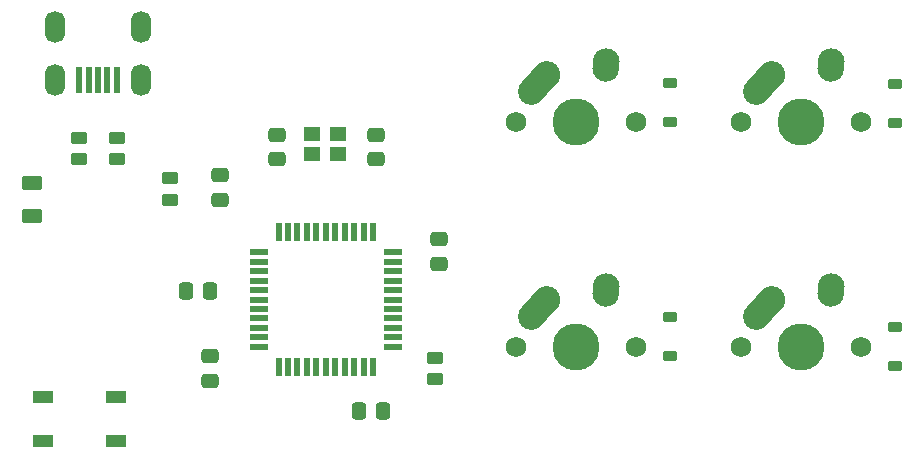
<source format=gbr>
%TF.GenerationSoftware,KiCad,Pcbnew,7.0.6*%
%TF.CreationDate,2023-07-07T23:43:39+02:00*%
%TF.ProjectId,ai03-pcb-guide,61693033-2d70-4636-922d-67756964652e,rev?*%
%TF.SameCoordinates,Original*%
%TF.FileFunction,Soldermask,Bot*%
%TF.FilePolarity,Negative*%
%FSLAX46Y46*%
G04 Gerber Fmt 4.6, Leading zero omitted, Abs format (unit mm)*
G04 Created by KiCad (PCBNEW 7.0.6) date 2023-07-07 23:43:39*
%MOMM*%
%LPD*%
G01*
G04 APERTURE LIST*
G04 Aperture macros list*
%AMRoundRect*
0 Rectangle with rounded corners*
0 $1 Rounding radius*
0 $2 $3 $4 $5 $6 $7 $8 $9 X,Y pos of 4 corners*
0 Add a 4 corners polygon primitive as box body*
4,1,4,$2,$3,$4,$5,$6,$7,$8,$9,$2,$3,0*
0 Add four circle primitives for the rounded corners*
1,1,$1+$1,$2,$3*
1,1,$1+$1,$4,$5*
1,1,$1+$1,$6,$7*
1,1,$1+$1,$8,$9*
0 Add four rect primitives between the rounded corners*
20,1,$1+$1,$2,$3,$4,$5,0*
20,1,$1+$1,$4,$5,$6,$7,0*
20,1,$1+$1,$6,$7,$8,$9,0*
20,1,$1+$1,$8,$9,$2,$3,0*%
%AMHorizOval*
0 Thick line with rounded ends*
0 $1 width*
0 $2 $3 position (X,Y) of the first rounded end (center of the circle)*
0 $4 $5 position (X,Y) of the second rounded end (center of the circle)*
0 Add line between two ends*
20,1,$1,$2,$3,$4,$5,0*
0 Add two circle primitives to create the rounded ends*
1,1,$1,$2,$3*
1,1,$1,$4,$5*%
G04 Aperture macros list end*
%ADD10C,1.750000*%
%ADD11C,3.987800*%
%ADD12HorizOval,2.250000X0.655001X0.730000X-0.655001X-0.730000X0*%
%ADD13C,2.250000*%
%ADD14HorizOval,2.250000X0.020000X0.290000X-0.020000X-0.290000X0*%
%ADD15RoundRect,0.250000X0.475000X-0.337500X0.475000X0.337500X-0.475000X0.337500X-0.475000X-0.337500X0*%
%ADD16RoundRect,0.250000X-0.475000X0.337500X-0.475000X-0.337500X0.475000X-0.337500X0.475000X0.337500X0*%
%ADD17R,0.500000X2.250000*%
%ADD18O,1.700000X2.700000*%
%ADD19RoundRect,0.225000X0.375000X-0.225000X0.375000X0.225000X-0.375000X0.225000X-0.375000X-0.225000X0*%
%ADD20RoundRect,0.250000X-0.450000X0.262500X-0.450000X-0.262500X0.450000X-0.262500X0.450000X0.262500X0*%
%ADD21RoundRect,0.250000X0.337500X0.475000X-0.337500X0.475000X-0.337500X-0.475000X0.337500X-0.475000X0*%
%ADD22R,1.500000X0.550000*%
%ADD23R,0.550000X1.500000*%
%ADD24RoundRect,0.250000X-0.625000X0.375000X-0.625000X-0.375000X0.625000X-0.375000X0.625000X0.375000X0*%
%ADD25R,1.800000X1.100000*%
%ADD26R,1.400000X1.200000*%
G04 APERTURE END LIST*
D10*
%TO.C,MX2*%
X158432500Y-104775000D03*
D11*
X163512500Y-104775000D03*
D10*
X168592500Y-104775000D03*
D12*
X160357501Y-101505000D03*
D13*
X161012500Y-100775000D03*
D14*
X166032500Y-99985000D03*
D13*
X166052500Y-99695000D03*
%TD*%
D10*
%TO.C,MX4*%
X158432500Y-123825000D03*
D11*
X163512500Y-123825000D03*
D10*
X168592500Y-123825000D03*
D12*
X160357501Y-120555000D03*
D13*
X161012500Y-119825000D03*
D14*
X166032500Y-119035000D03*
D13*
X166052500Y-118745000D03*
%TD*%
D10*
%TO.C,MX3*%
X139382500Y-123825000D03*
D11*
X144462500Y-123825000D03*
D10*
X149542500Y-123825000D03*
D12*
X141307501Y-120555000D03*
D13*
X141962500Y-119825000D03*
D14*
X146982500Y-119035000D03*
D13*
X147002500Y-118745000D03*
%TD*%
D10*
%TO.C,MX1*%
X139382500Y-104775000D03*
D11*
X144462500Y-104775000D03*
D10*
X149542500Y-104775000D03*
D12*
X141307501Y-101505000D03*
D13*
X141962500Y-100775000D03*
D14*
X146982500Y-99985000D03*
D13*
X147002500Y-99695000D03*
%TD*%
D15*
%TO.C,C2*%
X114300000Y-111368750D03*
X114300000Y-109293750D03*
%TD*%
D16*
%TO.C,C6*%
X127538750Y-105875000D03*
X127538750Y-107950000D03*
%TD*%
D15*
%TO.C,C7*%
X119156750Y-107950000D03*
X119156750Y-105875000D03*
%TD*%
D16*
%TO.C,C5*%
X113506250Y-124618750D03*
X113506250Y-126693750D03*
%TD*%
D17*
%TO.C,USB1*%
X105581250Y-101218750D03*
X104781250Y-101218750D03*
X103981250Y-101218750D03*
X103181250Y-101218750D03*
X102381250Y-101218750D03*
D18*
X107631250Y-96718750D03*
X100331250Y-96718750D03*
X107631250Y-101218750D03*
X100331250Y-101218750D03*
%TD*%
D19*
%TO.C,D4*%
X171450000Y-125412500D03*
X171450000Y-122112500D03*
%TD*%
D15*
%TO.C,C3*%
X132862500Y-116800000D03*
X132862500Y-114725000D03*
%TD*%
D19*
%TO.C,D1*%
X152400000Y-104775000D03*
X152400000Y-101475000D03*
%TD*%
D20*
%TO.C,R2*%
X105568750Y-106125000D03*
X105568750Y-107950000D03*
%TD*%
D21*
%TO.C,C1*%
X113506250Y-119062500D03*
X111431250Y-119062500D03*
%TD*%
D20*
%TO.C,R4*%
X110093750Y-109537500D03*
X110093750Y-111362500D03*
%TD*%
D19*
%TO.C,D2*%
X171450000Y-104837500D03*
X171450000Y-101537500D03*
%TD*%
D22*
%TO.C,U1*%
X117574000Y-123823250D03*
X117574000Y-123023250D03*
X117574000Y-122223250D03*
X117574000Y-121423250D03*
X117574000Y-120623250D03*
X117574000Y-119823250D03*
X117574000Y-119023250D03*
X117574000Y-118223250D03*
X117574000Y-117423250D03*
X117574000Y-116623250D03*
X117574000Y-115823250D03*
D23*
X119274000Y-114123250D03*
X120074000Y-114123250D03*
X120874000Y-114123250D03*
X121674000Y-114123250D03*
X122474000Y-114123250D03*
X123274000Y-114123250D03*
X124074000Y-114123250D03*
X124874000Y-114123250D03*
X125674000Y-114123250D03*
X126474000Y-114123250D03*
X127274000Y-114123250D03*
D22*
X128974000Y-115823250D03*
X128974000Y-116623250D03*
X128974000Y-117423250D03*
X128974000Y-118223250D03*
X128974000Y-119023250D03*
X128974000Y-119823250D03*
X128974000Y-120623250D03*
X128974000Y-121423250D03*
X128974000Y-122223250D03*
X128974000Y-123023250D03*
X128974000Y-123823250D03*
D23*
X127274000Y-125523250D03*
X126474000Y-125523250D03*
X125674000Y-125523250D03*
X124874000Y-125523250D03*
X124074000Y-125523250D03*
X123274000Y-125523250D03*
X122474000Y-125523250D03*
X121674000Y-125523250D03*
X120874000Y-125523250D03*
X120074000Y-125523250D03*
X119274000Y-125523250D03*
%TD*%
D24*
%TO.C,F1*%
X98425000Y-109912500D03*
X98425000Y-112712500D03*
%TD*%
D20*
%TO.C,R3*%
X102393750Y-106125000D03*
X102393750Y-107950000D03*
%TD*%
%TO.C,R1*%
X132556250Y-124737500D03*
X132556250Y-126562500D03*
%TD*%
D19*
%TO.C,D3*%
X152400000Y-124618750D03*
X152400000Y-121318750D03*
%TD*%
D21*
%TO.C,C4*%
X128143000Y-129254250D03*
X126068000Y-129254250D03*
%TD*%
D25*
%TO.C,SW1*%
X99293750Y-131762500D03*
X105493750Y-128062500D03*
X99293750Y-128062500D03*
X105493750Y-131762500D03*
%TD*%
D26*
%TO.C,Y1*%
X124320750Y-107530000D03*
X122120750Y-107530000D03*
X122120750Y-105830000D03*
X124320750Y-105830000D03*
%TD*%
M02*

</source>
